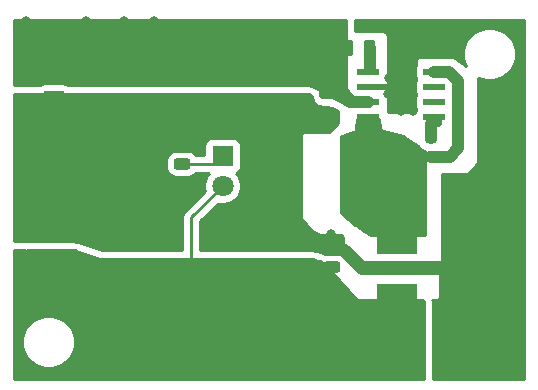
<source format=gtl>
G04 #@! TF.GenerationSoftware,KiCad,Pcbnew,(5.1.7)-1*
G04 #@! TF.CreationDate,2021-07-20T15:03:30-04:00*
G04 #@! TF.ProjectId,12-5_Volt_Regulator,31322d35-5f56-46f6-9c74-5f526567756c,rev?*
G04 #@! TF.SameCoordinates,Original*
G04 #@! TF.FileFunction,Copper,L1,Top*
G04 #@! TF.FilePolarity,Positive*
%FSLAX46Y46*%
G04 Gerber Fmt 4.6, Leading zero omitted, Abs format (unit mm)*
G04 Created by KiCad (PCBNEW (5.1.7)-1) date 2021-07-20 15:03:30*
%MOMM*%
%LPD*%
G01*
G04 APERTURE LIST*
G04 #@! TA.AperFunction,SMDPad,CuDef*
%ADD10R,4.000000X4.000000*%
G04 #@! TD*
G04 #@! TA.AperFunction,ComponentPad*
%ADD11R,1.700000X1.700000*%
G04 #@! TD*
G04 #@! TA.AperFunction,ComponentPad*
%ADD12O,1.700000X1.700000*%
G04 #@! TD*
G04 #@! TA.AperFunction,SMDPad,CuDef*
%ADD13R,2.500000X3.300000*%
G04 #@! TD*
G04 #@! TA.AperFunction,ComponentPad*
%ADD14R,1.800000X1.800000*%
G04 #@! TD*
G04 #@! TA.AperFunction,ComponentPad*
%ADD15C,1.800000*%
G04 #@! TD*
G04 #@! TA.AperFunction,SMDPad,CuDef*
%ADD16R,3.500000X2.950000*%
G04 #@! TD*
G04 #@! TA.AperFunction,SMDPad,CuDef*
%ADD17R,1.910000X0.610000*%
G04 #@! TD*
G04 #@! TA.AperFunction,SMDPad,CuDef*
%ADD18R,1.205000X1.550000*%
G04 #@! TD*
G04 #@! TA.AperFunction,ViaPad*
%ADD19C,0.800000*%
G04 #@! TD*
G04 #@! TA.AperFunction,Conductor*
%ADD20C,0.500000*%
G04 #@! TD*
G04 #@! TA.AperFunction,Conductor*
%ADD21C,1.000000*%
G04 #@! TD*
G04 #@! TA.AperFunction,Conductor*
%ADD22C,1.200000*%
G04 #@! TD*
G04 #@! TA.AperFunction,Conductor*
%ADD23C,0.250000*%
G04 #@! TD*
G04 #@! TA.AperFunction,Conductor*
%ADD24C,1.500000*%
G04 #@! TD*
G04 #@! TA.AperFunction,Conductor*
%ADD25C,0.254000*%
G04 #@! TD*
G04 #@! TA.AperFunction,Conductor*
%ADD26C,0.100000*%
G04 #@! TD*
G04 APERTURE END LIST*
D10*
X120459000Y-112473000D03*
X120459000Y-105933000D03*
X120459000Y-98948000D03*
X120459000Y-92408000D03*
D11*
X120459000Y-107933000D03*
D12*
X120459000Y-110473000D03*
G04 #@! TA.AperFunction,SMDPad,CuDef*
G36*
G01*
X152656250Y-102088500D02*
X152143750Y-102088500D01*
G75*
G02*
X151925000Y-101869750I0J218750D01*
G01*
X151925000Y-101432250D01*
G75*
G02*
X152143750Y-101213500I218750J0D01*
G01*
X152656250Y-101213500D01*
G75*
G02*
X152875000Y-101432250I0J-218750D01*
G01*
X152875000Y-101869750D01*
G75*
G02*
X152656250Y-102088500I-218750J0D01*
G01*
G37*
G04 #@! TD.AperFunction*
G04 #@! TA.AperFunction,SMDPad,CuDef*
G36*
G01*
X152656250Y-100513500D02*
X152143750Y-100513500D01*
G75*
G02*
X151925000Y-100294750I0J218750D01*
G01*
X151925000Y-99857250D01*
G75*
G02*
X152143750Y-99638500I218750J0D01*
G01*
X152656250Y-99638500D01*
G75*
G02*
X152875000Y-99857250I0J-218750D01*
G01*
X152875000Y-100294750D01*
G75*
G02*
X152656250Y-100513500I-218750J0D01*
G01*
G37*
G04 #@! TD.AperFunction*
G04 #@! TA.AperFunction,SMDPad,CuDef*
G36*
G01*
X126508000Y-90002000D02*
X128508000Y-90002000D01*
G75*
G02*
X128758000Y-90252000I0J-250000D01*
G01*
X128758000Y-94152000D01*
G75*
G02*
X128508000Y-94402000I-250000J0D01*
G01*
X126508000Y-94402000D01*
G75*
G02*
X126258000Y-94152000I0J250000D01*
G01*
X126258000Y-90252000D01*
G75*
G02*
X126508000Y-90002000I250000J0D01*
G01*
G37*
G04 #@! TD.AperFunction*
G04 #@! TA.AperFunction,SMDPad,CuDef*
G36*
G01*
X126508000Y-97402000D02*
X128508000Y-97402000D01*
G75*
G02*
X128758000Y-97652000I0J-250000D01*
G01*
X128758000Y-101552000D01*
G75*
G02*
X128508000Y-101802000I-250000J0D01*
G01*
X126508000Y-101802000D01*
G75*
G02*
X126258000Y-101552000I0J250000D01*
G01*
X126258000Y-97652000D01*
G75*
G02*
X126508000Y-97402000I250000J0D01*
G01*
G37*
G04 #@! TD.AperFunction*
G04 #@! TA.AperFunction,SMDPad,CuDef*
G36*
G01*
X133233000Y-93863000D02*
X134483000Y-93863000D01*
G75*
G02*
X134733000Y-94113000I0J-250000D01*
G01*
X134733000Y-94863000D01*
G75*
G02*
X134483000Y-95113000I-250000J0D01*
G01*
X133233000Y-95113000D01*
G75*
G02*
X132983000Y-94863000I0J250000D01*
G01*
X132983000Y-94113000D01*
G75*
G02*
X133233000Y-93863000I250000J0D01*
G01*
G37*
G04 #@! TD.AperFunction*
G04 #@! TA.AperFunction,SMDPad,CuDef*
G36*
G01*
X133233000Y-96663000D02*
X134483000Y-96663000D01*
G75*
G02*
X134733000Y-96913000I0J-250000D01*
G01*
X134733000Y-97663000D01*
G75*
G02*
X134483000Y-97913000I-250000J0D01*
G01*
X133233000Y-97913000D01*
G75*
G02*
X132983000Y-97663000I0J250000D01*
G01*
X132983000Y-96913000D01*
G75*
G02*
X133233000Y-96663000I250000J0D01*
G01*
G37*
G04 #@! TD.AperFunction*
G04 #@! TA.AperFunction,SMDPad,CuDef*
G36*
G01*
X135773000Y-96663000D02*
X137023000Y-96663000D01*
G75*
G02*
X137273000Y-96913000I0J-250000D01*
G01*
X137273000Y-97663000D01*
G75*
G02*
X137023000Y-97913000I-250000J0D01*
G01*
X135773000Y-97913000D01*
G75*
G02*
X135523000Y-97663000I0J250000D01*
G01*
X135523000Y-96913000D01*
G75*
G02*
X135773000Y-96663000I250000J0D01*
G01*
G37*
G04 #@! TD.AperFunction*
G04 #@! TA.AperFunction,SMDPad,CuDef*
G36*
G01*
X135773000Y-93863000D02*
X137023000Y-93863000D01*
G75*
G02*
X137273000Y-94113000I0J-250000D01*
G01*
X137273000Y-94863000D01*
G75*
G02*
X137023000Y-95113000I-250000J0D01*
G01*
X135773000Y-95113000D01*
G75*
G02*
X135523000Y-94863000I0J250000D01*
G01*
X135523000Y-94113000D01*
G75*
G02*
X135773000Y-93863000I250000J0D01*
G01*
G37*
G04 #@! TD.AperFunction*
G04 #@! TA.AperFunction,SMDPad,CuDef*
G36*
G01*
X138313000Y-93857000D02*
X139563000Y-93857000D01*
G75*
G02*
X139813000Y-94107000I0J-250000D01*
G01*
X139813000Y-94857000D01*
G75*
G02*
X139563000Y-95107000I-250000J0D01*
G01*
X138313000Y-95107000D01*
G75*
G02*
X138063000Y-94857000I0J250000D01*
G01*
X138063000Y-94107000D01*
G75*
G02*
X138313000Y-93857000I250000J0D01*
G01*
G37*
G04 #@! TD.AperFunction*
G04 #@! TA.AperFunction,SMDPad,CuDef*
G36*
G01*
X138313000Y-96657000D02*
X139563000Y-96657000D01*
G75*
G02*
X139813000Y-96907000I0J-250000D01*
G01*
X139813000Y-97657000D01*
G75*
G02*
X139563000Y-97907000I-250000J0D01*
G01*
X138313000Y-97907000D01*
G75*
G02*
X138063000Y-97657000I0J250000D01*
G01*
X138063000Y-96907000D01*
G75*
G02*
X138313000Y-96657000I250000J0D01*
G01*
G37*
G04 #@! TD.AperFunction*
G04 #@! TA.AperFunction,SMDPad,CuDef*
G36*
G01*
X140853000Y-96663000D02*
X142103000Y-96663000D01*
G75*
G02*
X142353000Y-96913000I0J-250000D01*
G01*
X142353000Y-97663000D01*
G75*
G02*
X142103000Y-97913000I-250000J0D01*
G01*
X140853000Y-97913000D01*
G75*
G02*
X140603000Y-97663000I0J250000D01*
G01*
X140603000Y-96913000D01*
G75*
G02*
X140853000Y-96663000I250000J0D01*
G01*
G37*
G04 #@! TD.AperFunction*
G04 #@! TA.AperFunction,SMDPad,CuDef*
G36*
G01*
X140853000Y-93863000D02*
X142103000Y-93863000D01*
G75*
G02*
X142353000Y-94113000I0J-250000D01*
G01*
X142353000Y-94863000D01*
G75*
G02*
X142103000Y-95113000I-250000J0D01*
G01*
X140853000Y-95113000D01*
G75*
G02*
X140603000Y-94863000I0J250000D01*
G01*
X140603000Y-94113000D01*
G75*
G02*
X140853000Y-93863000I250000J0D01*
G01*
G37*
G04 #@! TD.AperFunction*
G04 #@! TA.AperFunction,SMDPad,CuDef*
G36*
G01*
X143180750Y-97683500D02*
X144093250Y-97683500D01*
G75*
G02*
X144337000Y-97927250I0J-243750D01*
G01*
X144337000Y-98414750D01*
G75*
G02*
X144093250Y-98658500I-243750J0D01*
G01*
X143180750Y-98658500D01*
G75*
G02*
X142937000Y-98414750I0J243750D01*
G01*
X142937000Y-97927250D01*
G75*
G02*
X143180750Y-97683500I243750J0D01*
G01*
G37*
G04 #@! TD.AperFunction*
G04 #@! TA.AperFunction,SMDPad,CuDef*
G36*
G01*
X143180750Y-95808500D02*
X144093250Y-95808500D01*
G75*
G02*
X144337000Y-96052250I0J-243750D01*
G01*
X144337000Y-96539750D01*
G75*
G02*
X144093250Y-96783500I-243750J0D01*
G01*
X143180750Y-96783500D01*
G75*
G02*
X142937000Y-96539750I0J243750D01*
G01*
X142937000Y-96052250D01*
G75*
G02*
X143180750Y-95808500I243750J0D01*
G01*
G37*
G04 #@! TD.AperFunction*
G04 #@! TA.AperFunction,SMDPad,CuDef*
G36*
G01*
X144474250Y-111485500D02*
X143561750Y-111485500D01*
G75*
G02*
X143318000Y-111241750I0J243750D01*
G01*
X143318000Y-110754250D01*
G75*
G02*
X143561750Y-110510500I243750J0D01*
G01*
X144474250Y-110510500D01*
G75*
G02*
X144718000Y-110754250I0J-243750D01*
G01*
X144718000Y-111241750D01*
G75*
G02*
X144474250Y-111485500I-243750J0D01*
G01*
G37*
G04 #@! TD.AperFunction*
G04 #@! TA.AperFunction,SMDPad,CuDef*
G36*
G01*
X144474250Y-109610500D02*
X143561750Y-109610500D01*
G75*
G02*
X143318000Y-109366750I0J243750D01*
G01*
X143318000Y-108879250D01*
G75*
G02*
X143561750Y-108635500I243750J0D01*
G01*
X144474250Y-108635500D01*
G75*
G02*
X144718000Y-108879250I0J-243750D01*
G01*
X144718000Y-109366750D01*
G75*
G02*
X144474250Y-109610500I-243750J0D01*
G01*
G37*
G04 #@! TD.AperFunction*
G04 #@! TA.AperFunction,SMDPad,CuDef*
G36*
G01*
X142357000Y-109337000D02*
X141107000Y-109337000D01*
G75*
G02*
X140857000Y-109087000I0J250000D01*
G01*
X140857000Y-108337000D01*
G75*
G02*
X141107000Y-108087000I250000J0D01*
G01*
X142357000Y-108087000D01*
G75*
G02*
X142607000Y-108337000I0J-250000D01*
G01*
X142607000Y-109087000D01*
G75*
G02*
X142357000Y-109337000I-250000J0D01*
G01*
G37*
G04 #@! TD.AperFunction*
G04 #@! TA.AperFunction,SMDPad,CuDef*
G36*
G01*
X142357000Y-112137000D02*
X141107000Y-112137000D01*
G75*
G02*
X140857000Y-111887000I0J250000D01*
G01*
X140857000Y-111137000D01*
G75*
G02*
X141107000Y-110887000I250000J0D01*
G01*
X142357000Y-110887000D01*
G75*
G02*
X142607000Y-111137000I0J-250000D01*
G01*
X142607000Y-111887000D01*
G75*
G02*
X142357000Y-112137000I-250000J0D01*
G01*
G37*
G04 #@! TD.AperFunction*
G04 #@! TA.AperFunction,SMDPad,CuDef*
G36*
G01*
X139817000Y-112137000D02*
X138567000Y-112137000D01*
G75*
G02*
X138317000Y-111887000I0J250000D01*
G01*
X138317000Y-111137000D01*
G75*
G02*
X138567000Y-110887000I250000J0D01*
G01*
X139817000Y-110887000D01*
G75*
G02*
X140067000Y-111137000I0J-250000D01*
G01*
X140067000Y-111887000D01*
G75*
G02*
X139817000Y-112137000I-250000J0D01*
G01*
G37*
G04 #@! TD.AperFunction*
G04 #@! TA.AperFunction,SMDPad,CuDef*
G36*
G01*
X139817000Y-109337000D02*
X138567000Y-109337000D01*
G75*
G02*
X138317000Y-109087000I0J250000D01*
G01*
X138317000Y-108337000D01*
G75*
G02*
X138567000Y-108087000I250000J0D01*
G01*
X139817000Y-108087000D01*
G75*
G02*
X140067000Y-108337000I0J-250000D01*
G01*
X140067000Y-109087000D01*
G75*
G02*
X139817000Y-109337000I-250000J0D01*
G01*
G37*
G04 #@! TD.AperFunction*
G04 #@! TA.AperFunction,SMDPad,CuDef*
G36*
G01*
X137277000Y-109337000D02*
X136027000Y-109337000D01*
G75*
G02*
X135777000Y-109087000I0J250000D01*
G01*
X135777000Y-108337000D01*
G75*
G02*
X136027000Y-108087000I250000J0D01*
G01*
X137277000Y-108087000D01*
G75*
G02*
X137527000Y-108337000I0J-250000D01*
G01*
X137527000Y-109087000D01*
G75*
G02*
X137277000Y-109337000I-250000J0D01*
G01*
G37*
G04 #@! TD.AperFunction*
G04 #@! TA.AperFunction,SMDPad,CuDef*
G36*
G01*
X137277000Y-112137000D02*
X136027000Y-112137000D01*
G75*
G02*
X135777000Y-111887000I0J250000D01*
G01*
X135777000Y-111137000D01*
G75*
G02*
X136027000Y-110887000I250000J0D01*
G01*
X137277000Y-110887000D01*
G75*
G02*
X137527000Y-111137000I0J-250000D01*
G01*
X137527000Y-111887000D01*
G75*
G02*
X137277000Y-112137000I-250000J0D01*
G01*
G37*
G04 #@! TD.AperFunction*
G04 #@! TA.AperFunction,SMDPad,CuDef*
G36*
G01*
X134737000Y-112137000D02*
X133487000Y-112137000D01*
G75*
G02*
X133237000Y-111887000I0J250000D01*
G01*
X133237000Y-111137000D01*
G75*
G02*
X133487000Y-110887000I250000J0D01*
G01*
X134737000Y-110887000D01*
G75*
G02*
X134987000Y-111137000I0J-250000D01*
G01*
X134987000Y-111887000D01*
G75*
G02*
X134737000Y-112137000I-250000J0D01*
G01*
G37*
G04 #@! TD.AperFunction*
G04 #@! TA.AperFunction,SMDPad,CuDef*
G36*
G01*
X134737000Y-109337000D02*
X133487000Y-109337000D01*
G75*
G02*
X133237000Y-109087000I0J250000D01*
G01*
X133237000Y-108337000D01*
G75*
G02*
X133487000Y-108087000I250000J0D01*
G01*
X134737000Y-108087000D01*
G75*
G02*
X134987000Y-108337000I0J-250000D01*
G01*
X134987000Y-109087000D01*
G75*
G02*
X134737000Y-109337000I-250000J0D01*
G01*
G37*
G04 #@! TD.AperFunction*
G04 #@! TA.AperFunction,SMDPad,CuDef*
G36*
G01*
X128508000Y-108880000D02*
X126508000Y-108880000D01*
G75*
G02*
X126258000Y-108630000I0J250000D01*
G01*
X126258000Y-104730000D01*
G75*
G02*
X126508000Y-104480000I250000J0D01*
G01*
X128508000Y-104480000D01*
G75*
G02*
X128758000Y-104730000I0J-250000D01*
G01*
X128758000Y-108630000D01*
G75*
G02*
X128508000Y-108880000I-250000J0D01*
G01*
G37*
G04 #@! TD.AperFunction*
G04 #@! TA.AperFunction,SMDPad,CuDef*
G36*
G01*
X128508000Y-116280000D02*
X126508000Y-116280000D01*
G75*
G02*
X126258000Y-116030000I0J250000D01*
G01*
X126258000Y-112130000D01*
G75*
G02*
X126508000Y-111880000I250000J0D01*
G01*
X128508000Y-111880000D01*
G75*
G02*
X128758000Y-112130000I0J-250000D01*
G01*
X128758000Y-116030000D01*
G75*
G02*
X128508000Y-116280000I-250000J0D01*
G01*
G37*
G04 #@! TD.AperFunction*
D13*
X146402000Y-103124000D03*
X139602000Y-103124000D03*
D14*
X134747000Y-101600000D03*
D15*
X134747000Y-104140000D03*
D12*
X120459000Y-94408000D03*
D11*
X120459000Y-96948000D03*
D16*
X149479000Y-108469000D03*
X149479000Y-113919000D03*
G04 #@! TA.AperFunction,SMDPad,CuDef*
G36*
G01*
X146705500Y-92912250D02*
X146705500Y-91999750D01*
G75*
G02*
X146949250Y-91756000I243750J0D01*
G01*
X147436750Y-91756000D01*
G75*
G02*
X147680500Y-91999750I0J-243750D01*
G01*
X147680500Y-92912250D01*
G75*
G02*
X147436750Y-93156000I-243750J0D01*
G01*
X146949250Y-93156000D01*
G75*
G02*
X146705500Y-92912250I0J243750D01*
G01*
G37*
G04 #@! TD.AperFunction*
G04 #@! TA.AperFunction,SMDPad,CuDef*
G36*
G01*
X144830500Y-92912250D02*
X144830500Y-91999750D01*
G75*
G02*
X145074250Y-91756000I243750J0D01*
G01*
X145561750Y-91756000D01*
G75*
G02*
X145805500Y-91999750I0J-243750D01*
G01*
X145805500Y-92912250D01*
G75*
G02*
X145561750Y-93156000I-243750J0D01*
G01*
X145074250Y-93156000D01*
G75*
G02*
X144830500Y-92912250I0J243750D01*
G01*
G37*
G04 #@! TD.AperFunction*
G04 #@! TA.AperFunction,SMDPad,CuDef*
G36*
G01*
X130861750Y-101777500D02*
X131774250Y-101777500D01*
G75*
G02*
X132018000Y-102021250I0J-243750D01*
G01*
X132018000Y-102508750D01*
G75*
G02*
X131774250Y-102752500I-243750J0D01*
G01*
X130861750Y-102752500D01*
G75*
G02*
X130618000Y-102508750I0J243750D01*
G01*
X130618000Y-102021250D01*
G75*
G02*
X130861750Y-101777500I243750J0D01*
G01*
G37*
G04 #@! TD.AperFunction*
G04 #@! TA.AperFunction,SMDPad,CuDef*
G36*
G01*
X130861750Y-103652500D02*
X131774250Y-103652500D01*
G75*
G02*
X132018000Y-103896250I0J-243750D01*
G01*
X132018000Y-104383750D01*
G75*
G02*
X131774250Y-104627500I-243750J0D01*
G01*
X130861750Y-104627500D01*
G75*
G02*
X130618000Y-104383750I0J243750D01*
G01*
X130618000Y-103896250D01*
G75*
G02*
X130861750Y-103652500I243750J0D01*
G01*
G37*
G04 #@! TD.AperFunction*
D17*
X152640000Y-98298000D03*
X152640000Y-97028000D03*
X152640000Y-95758000D03*
X152640000Y-94488000D03*
X147080000Y-94488000D03*
X147080000Y-95758000D03*
X147080000Y-97028000D03*
X147080000Y-98298000D03*
D18*
X149257500Y-95618000D03*
X149257500Y-97168000D03*
X150462500Y-95618000D03*
X150462500Y-97168000D03*
D19*
X138430000Y-104140000D03*
X138430000Y-102870000D03*
X138430000Y-101600000D03*
X127635000Y-100965000D03*
X127635000Y-99695000D03*
X127635000Y-98425000D03*
X126365000Y-97790000D03*
X126365000Y-99060000D03*
X126365000Y-100330000D03*
X126365000Y-101600000D03*
X126365000Y-104775000D03*
X127635000Y-105410000D03*
X126365000Y-106045000D03*
X127635000Y-106680000D03*
X126365000Y-107315000D03*
X127635000Y-107950000D03*
X126365000Y-108585000D03*
X150876000Y-96393000D03*
X149860000Y-96393000D03*
X148717000Y-96393000D03*
X149860000Y-97790000D03*
X150876000Y-97790000D03*
X149860000Y-94996000D03*
X150876000Y-94996000D03*
X148844000Y-94996000D03*
X136652000Y-107823000D03*
X139192000Y-107823000D03*
X134112000Y-107823000D03*
X141732000Y-107823000D03*
X133858000Y-98171000D03*
X136398000Y-98171000D03*
X138938000Y-98171000D03*
X141478000Y-98171000D03*
X143637000Y-98933000D03*
X128905000Y-108585000D03*
X128905000Y-107315000D03*
X128905000Y-106045000D03*
X128905000Y-104775000D03*
X128905000Y-101600000D03*
X128905000Y-100330000D03*
X128905000Y-99060000D03*
X128905000Y-97790000D03*
X138430000Y-105410000D03*
X140970000Y-101600000D03*
X140970000Y-102870000D03*
X140970000Y-104140000D03*
X140970000Y-105410000D03*
X149860000Y-90805000D03*
X151765000Y-90805000D03*
X150495000Y-92075000D03*
X152400000Y-92075000D03*
X157480000Y-97155000D03*
X159385000Y-97155000D03*
X158750000Y-98425000D03*
X157480000Y-99060000D03*
X159385000Y-100330000D03*
X157480000Y-100965000D03*
X159385000Y-102235000D03*
X157480000Y-102870000D03*
X159385000Y-104140000D03*
X154305000Y-104140000D03*
X154305000Y-106045000D03*
X156845000Y-106680000D03*
X154305000Y-107950000D03*
X156845000Y-108585000D03*
X154305000Y-109855000D03*
X156845000Y-110490000D03*
X156845000Y-104775000D03*
X159385000Y-106045000D03*
X159385000Y-107950000D03*
X159385000Y-109855000D03*
X159385000Y-111760000D03*
X153670000Y-111125000D03*
X146558000Y-111125000D03*
X145161000Y-109728000D03*
X143891000Y-108204000D03*
X159385000Y-113665000D03*
X156845000Y-112395000D03*
X159385000Y-115570000D03*
X156845000Y-114300000D03*
X154305000Y-113030000D03*
X159385000Y-117475000D03*
X156845000Y-116205000D03*
X154305000Y-114935000D03*
X159385000Y-119380000D03*
X156845000Y-118110000D03*
X154305000Y-116840000D03*
X154305000Y-118745000D03*
X118110000Y-101600000D03*
X123190000Y-101600000D03*
X123190000Y-103505000D03*
X118110000Y-103505000D03*
X118110000Y-108585000D03*
X123190000Y-107950000D03*
X118110000Y-97790000D03*
X123190000Y-97155000D03*
X151130000Y-107950000D03*
X149860000Y-107950000D03*
X148590000Y-107950000D03*
X147447000Y-104521000D03*
X145415000Y-101727000D03*
X147955000Y-106680000D03*
X149225000Y-106680000D03*
X150495000Y-106680000D03*
X145415000Y-104775000D03*
X147623000Y-101903000D03*
X146685000Y-99060000D03*
X147955000Y-99695000D03*
X146050000Y-100330000D03*
X126365000Y-90170000D03*
X126365000Y-91440000D03*
X126365000Y-92710000D03*
X127635000Y-90805000D03*
X127635000Y-92075000D03*
X127635000Y-93345000D03*
X126365000Y-93980000D03*
X133858000Y-93599000D03*
X136398000Y-93599000D03*
X138938000Y-93599000D03*
X141478000Y-93599000D03*
X143637000Y-95377000D03*
X147080000Y-97028000D03*
X145288000Y-96647000D03*
X144780000Y-94615000D03*
X143510000Y-93980000D03*
X128905000Y-93980000D03*
X128905000Y-92710000D03*
X128905000Y-91440000D03*
X128905000Y-90170000D03*
X144145000Y-90805000D03*
X142875000Y-92075000D03*
X141605000Y-90805000D03*
X140335000Y-92075000D03*
X139065000Y-90805000D03*
X137795000Y-92075000D03*
X136525000Y-90805000D03*
X135255000Y-92075000D03*
X133985000Y-90805000D03*
X132715000Y-92075000D03*
X123190000Y-90170000D03*
X118110000Y-90170000D03*
X118110000Y-93980000D03*
X123190000Y-93980000D03*
X150495000Y-114300000D03*
X149225000Y-114300000D03*
X147955000Y-114300000D03*
X126365000Y-115570000D03*
X127635000Y-114935000D03*
X126365000Y-114300000D03*
X127635000Y-113665000D03*
X126365000Y-113030000D03*
X127635000Y-112395000D03*
X141732000Y-112395000D03*
X139192000Y-112395000D03*
X136652000Y-112395000D03*
X134112000Y-112395000D03*
X126365000Y-111760000D03*
X128905000Y-111760000D03*
X128905000Y-113030000D03*
X128905000Y-114300000D03*
X128905000Y-115570000D03*
X142240000Y-113665000D03*
X140335000Y-113665000D03*
X137795000Y-113665000D03*
X135255000Y-113665000D03*
X132715000Y-113665000D03*
X150495000Y-116840000D03*
X149225000Y-118110000D03*
X147955000Y-116840000D03*
X146685000Y-118110000D03*
X145415000Y-116840000D03*
X144145000Y-118110000D03*
X142875000Y-116840000D03*
X141605000Y-118110000D03*
X140335000Y-116840000D03*
X139065000Y-118110000D03*
X137795000Y-116840000D03*
X136525000Y-118110000D03*
X135255000Y-116840000D03*
X133985000Y-118110000D03*
X132715000Y-116840000D03*
X131445000Y-118110000D03*
X130175000Y-116840000D03*
X128905000Y-118110000D03*
X127635000Y-116840000D03*
X126365000Y-118110000D03*
X125095000Y-116840000D03*
X118110000Y-110490000D03*
X118110000Y-114935000D03*
X123190000Y-114935000D03*
X123190000Y-111125000D03*
D20*
X149117500Y-95758000D02*
X149257500Y-95618000D01*
X147080000Y-95758000D02*
X149117500Y-95758000D01*
X149257500Y-95618000D02*
X149257500Y-95618000D01*
D21*
X144018000Y-109123000D02*
X144018000Y-109123000D01*
X144018000Y-109123000D02*
X144556000Y-109123000D01*
X144556000Y-109123000D02*
X145161000Y-109728000D01*
X146558000Y-111125000D02*
X146558000Y-111125000D01*
D22*
X146558000Y-111125000D02*
X153670000Y-111125000D01*
X145161000Y-109728000D02*
X146558000Y-111125000D01*
D23*
X129540000Y-104140000D02*
X128905000Y-104775000D01*
X131318000Y-104140000D02*
X129540000Y-104140000D01*
D21*
X152400000Y-100076000D02*
X152400000Y-98933000D01*
D20*
X152400000Y-98538000D02*
X152640000Y-98298000D01*
X152400000Y-98933000D02*
X152400000Y-98538000D01*
X152400000Y-98933000D02*
X153035000Y-98933000D01*
X153035000Y-98933000D02*
X153035000Y-98552000D01*
D21*
X147193000Y-92456000D02*
X147193000Y-94107000D01*
D20*
X147080000Y-94502000D02*
X147080000Y-94488000D01*
D24*
X146656000Y-102870000D02*
X146402000Y-103124000D01*
D20*
X147875000Y-101651000D02*
X147623000Y-101903000D01*
X152400000Y-101651000D02*
X147875000Y-101651000D01*
D21*
X153890002Y-94488000D02*
X154686000Y-95283998D01*
X152640000Y-94488000D02*
X153890002Y-94488000D01*
X154686000Y-95283998D02*
X154686000Y-100965000D01*
X154000000Y-101651000D02*
X152400000Y-101651000D01*
X154686000Y-100965000D02*
X154000000Y-101651000D01*
D20*
X147623000Y-101903000D02*
X146402000Y-103124000D01*
D23*
X147080000Y-98665000D02*
X146685000Y-99060000D01*
X147080000Y-98298000D02*
X147080000Y-98665000D01*
D21*
X144937000Y-96296000D02*
X143637000Y-96296000D01*
X145669000Y-97028000D02*
X145288000Y-96647000D01*
X147080000Y-97028000D02*
X147080000Y-97028000D01*
X147080000Y-97028000D02*
X145669000Y-97028000D01*
X145288000Y-96647000D02*
X144937000Y-96296000D01*
D23*
X145318000Y-91978000D02*
X144145000Y-90805000D01*
X145318000Y-92456000D02*
X145318000Y-91978000D01*
X132080000Y-113030000D02*
X132715000Y-113665000D01*
X132080000Y-106807000D02*
X132080000Y-113030000D01*
X134747000Y-104140000D02*
X132080000Y-106807000D01*
X142246000Y-110998000D02*
X141732000Y-111512000D01*
X144018000Y-110998000D02*
X142246000Y-110998000D01*
X134082000Y-102265000D02*
X134747000Y-101600000D01*
X131318000Y-102265000D02*
X134082000Y-102265000D01*
D25*
X145161000Y-95697445D02*
X145166449Y-95734248D01*
X145200039Y-95845188D01*
X145215920Y-95878832D01*
X145630957Y-96501387D01*
X145651265Y-96524973D01*
X145723303Y-96590368D01*
X145743288Y-96605215D01*
X145765786Y-96615877D01*
X145777775Y-96619521D01*
X145855654Y-96639050D01*
X145880820Y-96652502D01*
X146000518Y-96688812D01*
X146125000Y-96701072D01*
X147186747Y-96701072D01*
X147193000Y-96732509D01*
X147193000Y-97323491D01*
X147186747Y-97354928D01*
X146125000Y-97354928D01*
X146000518Y-97367188D01*
X145880820Y-97403498D01*
X145870527Y-97409000D01*
X145483011Y-97409000D01*
X145417226Y-97391953D01*
X144334140Y-96790239D01*
X144333552Y-96789911D01*
X142347925Y-95672995D01*
X142317844Y-95660830D01*
X142219792Y-95635145D01*
X142187610Y-95631000D01*
X121740914Y-95631000D01*
X121663494Y-95567463D01*
X121553180Y-95508498D01*
X121433482Y-95472188D01*
X121309000Y-95459928D01*
X119609000Y-95459928D01*
X119484518Y-95472188D01*
X119364820Y-95508498D01*
X119254506Y-95567463D01*
X119177086Y-95631000D01*
X117119000Y-95631000D01*
X117119000Y-90068000D01*
X145161000Y-90068000D01*
X145161000Y-95697445D01*
G04 #@! TA.AperFunction,Conductor*
D26*
G36*
X145161000Y-95697445D02*
G01*
X145166449Y-95734248D01*
X145200039Y-95845188D01*
X145215920Y-95878832D01*
X145630957Y-96501387D01*
X145651265Y-96524973D01*
X145723303Y-96590368D01*
X145743288Y-96605215D01*
X145765786Y-96615877D01*
X145777775Y-96619521D01*
X145855654Y-96639050D01*
X145880820Y-96652502D01*
X146000518Y-96688812D01*
X146125000Y-96701072D01*
X147186747Y-96701072D01*
X147193000Y-96732509D01*
X147193000Y-97323491D01*
X147186747Y-97354928D01*
X146125000Y-97354928D01*
X146000518Y-97367188D01*
X145880820Y-97403498D01*
X145870527Y-97409000D01*
X145483011Y-97409000D01*
X145417226Y-97391953D01*
X144334140Y-96790239D01*
X144333552Y-96789911D01*
X142347925Y-95672995D01*
X142317844Y-95660830D01*
X142219792Y-95635145D01*
X142187610Y-95631000D01*
X121740914Y-95631000D01*
X121663494Y-95567463D01*
X121553180Y-95508498D01*
X121433482Y-95472188D01*
X121309000Y-95459928D01*
X119609000Y-95459928D01*
X119484518Y-95472188D01*
X119364820Y-95508498D01*
X119254506Y-95567463D01*
X119177086Y-95631000D01*
X117119000Y-95631000D01*
X117119000Y-90068000D01*
X145161000Y-90068000D01*
X145161000Y-95697445D01*
G37*
G04 #@! TD.AperFunction*
D25*
X118008061Y-109620000D02*
X118211939Y-109620000D01*
X118307459Y-109601000D01*
X122255942Y-109601000D01*
X122301220Y-109608756D01*
X124385427Y-110344358D01*
X124406253Y-110349775D01*
X124472817Y-110361177D01*
X124494259Y-110363000D01*
X142461589Y-110363000D01*
X142494644Y-110367069D01*
X142911050Y-110471171D01*
X142966420Y-110499772D01*
X143795402Y-111210328D01*
X143808014Y-111222640D01*
X146023016Y-113683752D01*
X146042748Y-113701526D01*
X146110039Y-113750433D01*
X146131516Y-113763025D01*
X146158293Y-113771923D01*
X146239660Y-113789223D01*
X146266072Y-113792000D01*
X151679491Y-113792000D01*
X151718984Y-113799856D01*
X151741859Y-113815141D01*
X151757144Y-113838016D01*
X151765000Y-113877509D01*
X151765000Y-120498000D01*
X117119000Y-120498000D01*
X117119000Y-117127872D01*
X117780000Y-117127872D01*
X117780000Y-117568128D01*
X117865890Y-117999925D01*
X118034369Y-118406669D01*
X118278962Y-118772729D01*
X118590271Y-119084038D01*
X118956331Y-119328631D01*
X119363075Y-119497110D01*
X119794872Y-119583000D01*
X120235128Y-119583000D01*
X120666925Y-119497110D01*
X121073669Y-119328631D01*
X121439729Y-119084038D01*
X121751038Y-118772729D01*
X121995631Y-118406669D01*
X122164110Y-117999925D01*
X122250000Y-117568128D01*
X122250000Y-117127872D01*
X122164110Y-116696075D01*
X121995631Y-116289331D01*
X121751038Y-115923271D01*
X121439729Y-115611962D01*
X121073669Y-115367369D01*
X120666925Y-115198890D01*
X120235128Y-115113000D01*
X119794872Y-115113000D01*
X119363075Y-115198890D01*
X118956331Y-115367369D01*
X118590271Y-115611962D01*
X118278962Y-115923271D01*
X118034369Y-116289331D01*
X117865890Y-116696075D01*
X117780000Y-117127872D01*
X117119000Y-117127872D01*
X117119000Y-109601000D01*
X117912541Y-109601000D01*
X118008061Y-109620000D01*
G04 #@! TA.AperFunction,Conductor*
D26*
G36*
X118008061Y-109620000D02*
G01*
X118211939Y-109620000D01*
X118307459Y-109601000D01*
X122255942Y-109601000D01*
X122301220Y-109608756D01*
X124385427Y-110344358D01*
X124406253Y-110349775D01*
X124472817Y-110361177D01*
X124494259Y-110363000D01*
X142461589Y-110363000D01*
X142494644Y-110367069D01*
X142911050Y-110471171D01*
X142966420Y-110499772D01*
X143795402Y-111210328D01*
X143808014Y-111222640D01*
X146023016Y-113683752D01*
X146042748Y-113701526D01*
X146110039Y-113750433D01*
X146131516Y-113763025D01*
X146158293Y-113771923D01*
X146239660Y-113789223D01*
X146266072Y-113792000D01*
X151679491Y-113792000D01*
X151718984Y-113799856D01*
X151741859Y-113815141D01*
X151757144Y-113838016D01*
X151765000Y-113877509D01*
X151765000Y-120498000D01*
X117119000Y-120498000D01*
X117119000Y-117127872D01*
X117780000Y-117127872D01*
X117780000Y-117568128D01*
X117865890Y-117999925D01*
X118034369Y-118406669D01*
X118278962Y-118772729D01*
X118590271Y-119084038D01*
X118956331Y-119328631D01*
X119363075Y-119497110D01*
X119794872Y-119583000D01*
X120235128Y-119583000D01*
X120666925Y-119497110D01*
X121073669Y-119328631D01*
X121439729Y-119084038D01*
X121751038Y-118772729D01*
X121995631Y-118406669D01*
X122164110Y-117999925D01*
X122250000Y-117568128D01*
X122250000Y-117127872D01*
X122164110Y-116696075D01*
X121995631Y-116289331D01*
X121751038Y-115923271D01*
X121439729Y-115611962D01*
X121073669Y-115367369D01*
X120666925Y-115198890D01*
X120235128Y-115113000D01*
X119794872Y-115113000D01*
X119363075Y-115198890D01*
X118956331Y-115367369D01*
X118590271Y-115611962D01*
X118278962Y-115923271D01*
X118034369Y-116289331D01*
X117865890Y-116696075D01*
X117780000Y-117127872D01*
X117119000Y-117127872D01*
X117119000Y-109601000D01*
X117912541Y-109601000D01*
X118008061Y-109620000D01*
G37*
G04 #@! TD.AperFunction*
D25*
X147937538Y-98436672D02*
X147962317Y-98458547D01*
X147979788Y-98504209D01*
X148066266Y-99196034D01*
X148071812Y-99220473D01*
X148096668Y-99294979D01*
X148106824Y-99317710D01*
X148121434Y-99338269D01*
X148173062Y-99397458D01*
X148191187Y-99414526D01*
X148212588Y-99427874D01*
X148283027Y-99462619D01*
X148306485Y-99471434D01*
X150039291Y-99933516D01*
X150079710Y-99951775D01*
X151337420Y-100790249D01*
X151354463Y-100822134D01*
X151472517Y-100965983D01*
X151616366Y-101084037D01*
X151780481Y-101171758D01*
X151889522Y-101204835D01*
X151892000Y-101214717D01*
X151892000Y-108245491D01*
X151884144Y-108284984D01*
X151868859Y-108307859D01*
X151845984Y-108323144D01*
X151806491Y-108331000D01*
X147392660Y-108331000D01*
X147323037Y-108311716D01*
X146755709Y-107971319D01*
X146750220Y-107967845D01*
X146009348Y-107473931D01*
X145993755Y-107461819D01*
X144814091Y-106400120D01*
X144788907Y-106365470D01*
X144780000Y-106323577D01*
X144780000Y-99984398D01*
X144789217Y-99941828D01*
X144806917Y-99918039D01*
X144845040Y-99896980D01*
X145832794Y-99600654D01*
X145855649Y-99591290D01*
X145924096Y-99555111D01*
X145944860Y-99541376D01*
X145962291Y-99524160D01*
X146011870Y-99464697D01*
X146025862Y-99444105D01*
X146035449Y-99421558D01*
X146058730Y-99347721D01*
X146063831Y-99323556D01*
X146154740Y-98505375D01*
X146171839Y-98459108D01*
X146196668Y-98436885D01*
X146244539Y-98425000D01*
X147890062Y-98425000D01*
X147937538Y-98436672D01*
G04 #@! TA.AperFunction,Conductor*
D26*
G36*
X147937538Y-98436672D02*
G01*
X147962317Y-98458547D01*
X147979788Y-98504209D01*
X148066266Y-99196034D01*
X148071812Y-99220473D01*
X148096668Y-99294979D01*
X148106824Y-99317710D01*
X148121434Y-99338269D01*
X148173062Y-99397458D01*
X148191187Y-99414526D01*
X148212588Y-99427874D01*
X148283027Y-99462619D01*
X148306485Y-99471434D01*
X150039291Y-99933516D01*
X150079710Y-99951775D01*
X151337420Y-100790249D01*
X151354463Y-100822134D01*
X151472517Y-100965983D01*
X151616366Y-101084037D01*
X151780481Y-101171758D01*
X151889522Y-101204835D01*
X151892000Y-101214717D01*
X151892000Y-108245491D01*
X151884144Y-108284984D01*
X151868859Y-108307859D01*
X151845984Y-108323144D01*
X151806491Y-108331000D01*
X147392660Y-108331000D01*
X147323037Y-108311716D01*
X146755709Y-107971319D01*
X146750220Y-107967845D01*
X146009348Y-107473931D01*
X145993755Y-107461819D01*
X144814091Y-106400120D01*
X144788907Y-106365470D01*
X144780000Y-106323577D01*
X144780000Y-99984398D01*
X144789217Y-99941828D01*
X144806917Y-99918039D01*
X144845040Y-99896980D01*
X145832794Y-99600654D01*
X145855649Y-99591290D01*
X145924096Y-99555111D01*
X145944860Y-99541376D01*
X145962291Y-99524160D01*
X146011870Y-99464697D01*
X146025862Y-99444105D01*
X146035449Y-99421558D01*
X146058730Y-99347721D01*
X146063831Y-99323556D01*
X146154740Y-98505375D01*
X146171839Y-98459108D01*
X146196668Y-98436885D01*
X146244539Y-98425000D01*
X147890062Y-98425000D01*
X147937538Y-98436672D01*
G37*
G04 #@! TD.AperFunction*
D25*
X142298928Y-96519712D02*
X142298928Y-96539750D01*
X142315872Y-96711785D01*
X142366053Y-96877209D01*
X142447542Y-97029664D01*
X142557208Y-97163292D01*
X142690836Y-97272958D01*
X142843291Y-97354447D01*
X143008715Y-97404628D01*
X143180750Y-97421572D01*
X143485523Y-97421572D01*
X143581248Y-97431000D01*
X143631491Y-97431000D01*
X144041440Y-97499324D01*
X144359317Y-97675923D01*
X144495776Y-97812382D01*
X144518144Y-97845858D01*
X144526000Y-97885352D01*
X144526000Y-98710648D01*
X144518144Y-98750142D01*
X144495776Y-98783618D01*
X143741618Y-99537776D01*
X143708142Y-99560144D01*
X143668648Y-99568000D01*
X141678000Y-99568000D01*
X141653224Y-99570440D01*
X141576687Y-99585664D01*
X141552862Y-99592891D01*
X141530905Y-99604628D01*
X141466021Y-99647983D01*
X141446776Y-99663777D01*
X141430983Y-99683021D01*
X141387628Y-99747905D01*
X141375892Y-99769861D01*
X141368664Y-99793687D01*
X141353440Y-99870224D01*
X141351000Y-99895000D01*
X141351000Y-106611378D01*
X141353440Y-106636154D01*
X141357874Y-106652594D01*
X141400004Y-106775383D01*
X141410353Y-106798027D01*
X141419882Y-106812137D01*
X142238900Y-107865161D01*
X142258632Y-107885406D01*
X142327060Y-107941503D01*
X142350780Y-107956880D01*
X143029975Y-108296477D01*
X143057592Y-108306488D01*
X143147035Y-108327603D01*
X143176214Y-108331000D01*
X144821491Y-108331000D01*
X144860984Y-108338856D01*
X144883859Y-108354141D01*
X144899144Y-108377016D01*
X144907000Y-108416509D01*
X144907000Y-109990487D01*
X144811709Y-109939553D01*
X144646285Y-109889372D01*
X144474250Y-109872428D01*
X143561750Y-109872428D01*
X143414478Y-109886933D01*
X143329274Y-109829549D01*
X143247623Y-109787372D01*
X143110207Y-109735509D01*
X142671897Y-109625931D01*
X142595466Y-109611728D01*
X142546959Y-109605757D01*
X142469379Y-109601000D01*
X132840000Y-109601000D01*
X132840000Y-107121801D01*
X134338070Y-105623731D01*
X134595816Y-105675000D01*
X134898184Y-105675000D01*
X135194743Y-105616011D01*
X135474095Y-105500299D01*
X135725505Y-105332312D01*
X135939312Y-105118505D01*
X136107299Y-104867095D01*
X136223011Y-104587743D01*
X136282000Y-104291184D01*
X136282000Y-103988816D01*
X136223011Y-103692257D01*
X136107299Y-103412905D01*
X135939312Y-103161495D01*
X135872873Y-103095056D01*
X135891180Y-103089502D01*
X136001494Y-103030537D01*
X136098185Y-102951185D01*
X136177537Y-102854494D01*
X136236502Y-102744180D01*
X136272812Y-102624482D01*
X136285072Y-102500000D01*
X136285072Y-100700000D01*
X136272812Y-100575518D01*
X136236502Y-100455820D01*
X136177537Y-100345506D01*
X136098185Y-100248815D01*
X136001494Y-100169463D01*
X135891180Y-100110498D01*
X135771482Y-100074188D01*
X135647000Y-100061928D01*
X133847000Y-100061928D01*
X133722518Y-100074188D01*
X133602820Y-100110498D01*
X133492506Y-100169463D01*
X133395815Y-100248815D01*
X133316463Y-100345506D01*
X133257498Y-100455820D01*
X133221188Y-100575518D01*
X133208928Y-100700000D01*
X133208928Y-101505000D01*
X132485845Y-101505000D01*
X132397792Y-101397708D01*
X132264164Y-101288042D01*
X132111709Y-101206553D01*
X131946285Y-101156372D01*
X131774250Y-101139428D01*
X130861750Y-101139428D01*
X130689715Y-101156372D01*
X130524291Y-101206553D01*
X130371836Y-101288042D01*
X130238208Y-101397708D01*
X130128542Y-101531336D01*
X130047053Y-101683791D01*
X129996872Y-101849215D01*
X129979928Y-102021250D01*
X129979928Y-102508750D01*
X129996872Y-102680785D01*
X130047053Y-102846209D01*
X130128542Y-102998664D01*
X130238208Y-103132292D01*
X130371836Y-103241958D01*
X130524291Y-103323447D01*
X130689715Y-103373628D01*
X130861750Y-103390572D01*
X131774250Y-103390572D01*
X131946285Y-103373628D01*
X132111709Y-103323447D01*
X132264164Y-103241958D01*
X132397792Y-103132292D01*
X132485845Y-103025000D01*
X133485759Y-103025000D01*
X133492506Y-103030537D01*
X133602820Y-103089502D01*
X133621127Y-103095056D01*
X133554688Y-103161495D01*
X133386701Y-103412905D01*
X133270989Y-103692257D01*
X133212000Y-103988816D01*
X133212000Y-104291184D01*
X133263269Y-104548930D01*
X131569003Y-106243196D01*
X131539999Y-106266999D01*
X131484871Y-106334174D01*
X131445026Y-106382724D01*
X131374455Y-106514753D01*
X131374454Y-106514754D01*
X131330997Y-106658015D01*
X131320000Y-106769668D01*
X131320000Y-106769678D01*
X131316324Y-106807000D01*
X131320000Y-106844323D01*
X131320000Y-109601000D01*
X124568772Y-109601000D01*
X122544646Y-108886603D01*
X122440515Y-108859518D01*
X122373951Y-108848116D01*
X122266741Y-108839000D01*
X117119000Y-108839000D01*
X117119000Y-96393000D01*
X142073662Y-96393000D01*
X142298928Y-96519712D01*
G04 #@! TA.AperFunction,Conductor*
D26*
G36*
X142298928Y-96519712D02*
G01*
X142298928Y-96539750D01*
X142315872Y-96711785D01*
X142366053Y-96877209D01*
X142447542Y-97029664D01*
X142557208Y-97163292D01*
X142690836Y-97272958D01*
X142843291Y-97354447D01*
X143008715Y-97404628D01*
X143180750Y-97421572D01*
X143485523Y-97421572D01*
X143581248Y-97431000D01*
X143631491Y-97431000D01*
X144041440Y-97499324D01*
X144359317Y-97675923D01*
X144495776Y-97812382D01*
X144518144Y-97845858D01*
X144526000Y-97885352D01*
X144526000Y-98710648D01*
X144518144Y-98750142D01*
X144495776Y-98783618D01*
X143741618Y-99537776D01*
X143708142Y-99560144D01*
X143668648Y-99568000D01*
X141678000Y-99568000D01*
X141653224Y-99570440D01*
X141576687Y-99585664D01*
X141552862Y-99592891D01*
X141530905Y-99604628D01*
X141466021Y-99647983D01*
X141446776Y-99663777D01*
X141430983Y-99683021D01*
X141387628Y-99747905D01*
X141375892Y-99769861D01*
X141368664Y-99793687D01*
X141353440Y-99870224D01*
X141351000Y-99895000D01*
X141351000Y-106611378D01*
X141353440Y-106636154D01*
X141357874Y-106652594D01*
X141400004Y-106775383D01*
X141410353Y-106798027D01*
X141419882Y-106812137D01*
X142238900Y-107865161D01*
X142258632Y-107885406D01*
X142327060Y-107941503D01*
X142350780Y-107956880D01*
X143029975Y-108296477D01*
X143057592Y-108306488D01*
X143147035Y-108327603D01*
X143176214Y-108331000D01*
X144821491Y-108331000D01*
X144860984Y-108338856D01*
X144883859Y-108354141D01*
X144899144Y-108377016D01*
X144907000Y-108416509D01*
X144907000Y-109990487D01*
X144811709Y-109939553D01*
X144646285Y-109889372D01*
X144474250Y-109872428D01*
X143561750Y-109872428D01*
X143414478Y-109886933D01*
X143329274Y-109829549D01*
X143247623Y-109787372D01*
X143110207Y-109735509D01*
X142671897Y-109625931D01*
X142595466Y-109611728D01*
X142546959Y-109605757D01*
X142469379Y-109601000D01*
X132840000Y-109601000D01*
X132840000Y-107121801D01*
X134338070Y-105623731D01*
X134595816Y-105675000D01*
X134898184Y-105675000D01*
X135194743Y-105616011D01*
X135474095Y-105500299D01*
X135725505Y-105332312D01*
X135939312Y-105118505D01*
X136107299Y-104867095D01*
X136223011Y-104587743D01*
X136282000Y-104291184D01*
X136282000Y-103988816D01*
X136223011Y-103692257D01*
X136107299Y-103412905D01*
X135939312Y-103161495D01*
X135872873Y-103095056D01*
X135891180Y-103089502D01*
X136001494Y-103030537D01*
X136098185Y-102951185D01*
X136177537Y-102854494D01*
X136236502Y-102744180D01*
X136272812Y-102624482D01*
X136285072Y-102500000D01*
X136285072Y-100700000D01*
X136272812Y-100575518D01*
X136236502Y-100455820D01*
X136177537Y-100345506D01*
X136098185Y-100248815D01*
X136001494Y-100169463D01*
X135891180Y-100110498D01*
X135771482Y-100074188D01*
X135647000Y-100061928D01*
X133847000Y-100061928D01*
X133722518Y-100074188D01*
X133602820Y-100110498D01*
X133492506Y-100169463D01*
X133395815Y-100248815D01*
X133316463Y-100345506D01*
X133257498Y-100455820D01*
X133221188Y-100575518D01*
X133208928Y-100700000D01*
X133208928Y-101505000D01*
X132485845Y-101505000D01*
X132397792Y-101397708D01*
X132264164Y-101288042D01*
X132111709Y-101206553D01*
X131946285Y-101156372D01*
X131774250Y-101139428D01*
X130861750Y-101139428D01*
X130689715Y-101156372D01*
X130524291Y-101206553D01*
X130371836Y-101288042D01*
X130238208Y-101397708D01*
X130128542Y-101531336D01*
X130047053Y-101683791D01*
X129996872Y-101849215D01*
X129979928Y-102021250D01*
X129979928Y-102508750D01*
X129996872Y-102680785D01*
X130047053Y-102846209D01*
X130128542Y-102998664D01*
X130238208Y-103132292D01*
X130371836Y-103241958D01*
X130524291Y-103323447D01*
X130689715Y-103373628D01*
X130861750Y-103390572D01*
X131774250Y-103390572D01*
X131946285Y-103373628D01*
X132111709Y-103323447D01*
X132264164Y-103241958D01*
X132397792Y-103132292D01*
X132485845Y-103025000D01*
X133485759Y-103025000D01*
X133492506Y-103030537D01*
X133602820Y-103089502D01*
X133621127Y-103095056D01*
X133554688Y-103161495D01*
X133386701Y-103412905D01*
X133270989Y-103692257D01*
X133212000Y-103988816D01*
X133212000Y-104291184D01*
X133263269Y-104548930D01*
X131569003Y-106243196D01*
X131539999Y-106266999D01*
X131484871Y-106334174D01*
X131445026Y-106382724D01*
X131374455Y-106514753D01*
X131374454Y-106514754D01*
X131330997Y-106658015D01*
X131320000Y-106769668D01*
X131320000Y-106769678D01*
X131316324Y-106807000D01*
X131320000Y-106844323D01*
X131320000Y-109601000D01*
X124568772Y-109601000D01*
X122544646Y-108886603D01*
X122440515Y-108859518D01*
X122373951Y-108848116D01*
X122266741Y-108839000D01*
X117119000Y-108839000D01*
X117119000Y-96393000D01*
X142073662Y-96393000D01*
X142298928Y-96519712D01*
G37*
G04 #@! TD.AperFunction*
D25*
X160249001Y-120498000D02*
X152527000Y-120498000D01*
X152527000Y-113865000D01*
X152519810Y-113792000D01*
X152835000Y-113792000D01*
X152859776Y-113789560D01*
X152936313Y-113774336D01*
X152960138Y-113767109D01*
X152982095Y-113755372D01*
X153046979Y-113712017D01*
X153066224Y-113696223D01*
X153082017Y-113676979D01*
X153125372Y-113612095D01*
X153137108Y-113590139D01*
X153144336Y-113566313D01*
X153159560Y-113489776D01*
X153162000Y-113465000D01*
X153162000Y-111167691D01*
X153168983Y-111124662D01*
X153272220Y-110814951D01*
X153277097Y-110795132D01*
X153287360Y-110731886D01*
X153289000Y-110711544D01*
X153289000Y-103209509D01*
X153296856Y-103170016D01*
X153312141Y-103147141D01*
X153335016Y-103131856D01*
X153374509Y-103124000D01*
X155365157Y-103124000D01*
X155389933Y-103121560D01*
X155466470Y-103106336D01*
X155490295Y-103099109D01*
X155512252Y-103087372D01*
X155577137Y-103044017D01*
X155596382Y-103028224D01*
X156241224Y-102383382D01*
X156257017Y-102364137D01*
X156300372Y-102299252D01*
X156312109Y-102277295D01*
X156319336Y-102253470D01*
X156334560Y-102176933D01*
X156337000Y-102152157D01*
X156337000Y-94962305D01*
X156701075Y-95113110D01*
X157132872Y-95199000D01*
X157573128Y-95199000D01*
X158004925Y-95113110D01*
X158411669Y-94944631D01*
X158777729Y-94700038D01*
X159089038Y-94388729D01*
X159333631Y-94022669D01*
X159502110Y-93615925D01*
X159588000Y-93184128D01*
X159588000Y-92743872D01*
X159502110Y-92312075D01*
X159333631Y-91905331D01*
X159089038Y-91539271D01*
X158777729Y-91227962D01*
X158411669Y-90983369D01*
X158004925Y-90814890D01*
X157573128Y-90729000D01*
X157132872Y-90729000D01*
X156701075Y-90814890D01*
X156294331Y-90983369D01*
X155928271Y-91227962D01*
X155616962Y-91539271D01*
X155372369Y-91905331D01*
X155203890Y-92312075D01*
X155118000Y-92743872D01*
X155118000Y-93184128D01*
X155203890Y-93615925D01*
X155341183Y-93947379D01*
X154432902Y-93281306D01*
X154411479Y-93268622D01*
X154397312Y-93263022D01*
X154279039Y-93224303D01*
X154254733Y-93218914D01*
X154239526Y-93218000D01*
X151457000Y-93218000D01*
X151432224Y-93220440D01*
X151355687Y-93235664D01*
X151331862Y-93242891D01*
X151309905Y-93254628D01*
X151245021Y-93297983D01*
X151225776Y-93313777D01*
X151209983Y-93333021D01*
X151166628Y-93397905D01*
X151154892Y-93419861D01*
X151147664Y-93443687D01*
X151132440Y-93520224D01*
X151130000Y-93545000D01*
X151130000Y-93874272D01*
X151095498Y-93938820D01*
X151059188Y-94058518D01*
X151046928Y-94183000D01*
X151046928Y-94793000D01*
X151059188Y-94917482D01*
X151095498Y-95037180D01*
X151130000Y-95101728D01*
X151130000Y-95144272D01*
X151095498Y-95208820D01*
X151059188Y-95328518D01*
X151046928Y-95453000D01*
X151046928Y-96063000D01*
X151059188Y-96187482D01*
X151095498Y-96307180D01*
X151130000Y-96371728D01*
X151130000Y-96414272D01*
X151095498Y-96478820D01*
X151059188Y-96598518D01*
X151046928Y-96723000D01*
X151046928Y-97333000D01*
X151059188Y-97457482D01*
X151095498Y-97577180D01*
X151130000Y-97641728D01*
X151130000Y-97684272D01*
X151095498Y-97748820D01*
X151059188Y-97868518D01*
X151054611Y-97914987D01*
X151044491Y-97917000D01*
X148802509Y-97917000D01*
X148763016Y-97909144D01*
X148740141Y-97893859D01*
X148724856Y-97870984D01*
X148717000Y-97831491D01*
X148717000Y-91386000D01*
X148714560Y-91361224D01*
X148699336Y-91284687D01*
X148692109Y-91260862D01*
X148680372Y-91238905D01*
X148637017Y-91174021D01*
X148621223Y-91154776D01*
X148601979Y-91138983D01*
X148537095Y-91095628D01*
X148515139Y-91083892D01*
X148491313Y-91076664D01*
X148414776Y-91061440D01*
X148390000Y-91059000D01*
X145923000Y-91059000D01*
X145923000Y-90068000D01*
X160249000Y-90068000D01*
X160249001Y-120498000D01*
G04 #@! TA.AperFunction,Conductor*
D26*
G36*
X160249001Y-120498000D02*
G01*
X152527000Y-120498000D01*
X152527000Y-113865000D01*
X152519810Y-113792000D01*
X152835000Y-113792000D01*
X152859776Y-113789560D01*
X152936313Y-113774336D01*
X152960138Y-113767109D01*
X152982095Y-113755372D01*
X153046979Y-113712017D01*
X153066224Y-113696223D01*
X153082017Y-113676979D01*
X153125372Y-113612095D01*
X153137108Y-113590139D01*
X153144336Y-113566313D01*
X153159560Y-113489776D01*
X153162000Y-113465000D01*
X153162000Y-111167691D01*
X153168983Y-111124662D01*
X153272220Y-110814951D01*
X153277097Y-110795132D01*
X153287360Y-110731886D01*
X153289000Y-110711544D01*
X153289000Y-103209509D01*
X153296856Y-103170016D01*
X153312141Y-103147141D01*
X153335016Y-103131856D01*
X153374509Y-103124000D01*
X155365157Y-103124000D01*
X155389933Y-103121560D01*
X155466470Y-103106336D01*
X155490295Y-103099109D01*
X155512252Y-103087372D01*
X155577137Y-103044017D01*
X155596382Y-103028224D01*
X156241224Y-102383382D01*
X156257017Y-102364137D01*
X156300372Y-102299252D01*
X156312109Y-102277295D01*
X156319336Y-102253470D01*
X156334560Y-102176933D01*
X156337000Y-102152157D01*
X156337000Y-94962305D01*
X156701075Y-95113110D01*
X157132872Y-95199000D01*
X157573128Y-95199000D01*
X158004925Y-95113110D01*
X158411669Y-94944631D01*
X158777729Y-94700038D01*
X159089038Y-94388729D01*
X159333631Y-94022669D01*
X159502110Y-93615925D01*
X159588000Y-93184128D01*
X159588000Y-92743872D01*
X159502110Y-92312075D01*
X159333631Y-91905331D01*
X159089038Y-91539271D01*
X158777729Y-91227962D01*
X158411669Y-90983369D01*
X158004925Y-90814890D01*
X157573128Y-90729000D01*
X157132872Y-90729000D01*
X156701075Y-90814890D01*
X156294331Y-90983369D01*
X155928271Y-91227962D01*
X155616962Y-91539271D01*
X155372369Y-91905331D01*
X155203890Y-92312075D01*
X155118000Y-92743872D01*
X155118000Y-93184128D01*
X155203890Y-93615925D01*
X155341183Y-93947379D01*
X154432902Y-93281306D01*
X154411479Y-93268622D01*
X154397312Y-93263022D01*
X154279039Y-93224303D01*
X154254733Y-93218914D01*
X154239526Y-93218000D01*
X151457000Y-93218000D01*
X151432224Y-93220440D01*
X151355687Y-93235664D01*
X151331862Y-93242891D01*
X151309905Y-93254628D01*
X151245021Y-93297983D01*
X151225776Y-93313777D01*
X151209983Y-93333021D01*
X151166628Y-93397905D01*
X151154892Y-93419861D01*
X151147664Y-93443687D01*
X151132440Y-93520224D01*
X151130000Y-93545000D01*
X151130000Y-93874272D01*
X151095498Y-93938820D01*
X151059188Y-94058518D01*
X151046928Y-94183000D01*
X151046928Y-94793000D01*
X151059188Y-94917482D01*
X151095498Y-95037180D01*
X151130000Y-95101728D01*
X151130000Y-95144272D01*
X151095498Y-95208820D01*
X151059188Y-95328518D01*
X151046928Y-95453000D01*
X151046928Y-96063000D01*
X151059188Y-96187482D01*
X151095498Y-96307180D01*
X151130000Y-96371728D01*
X151130000Y-96414272D01*
X151095498Y-96478820D01*
X151059188Y-96598518D01*
X151046928Y-96723000D01*
X151046928Y-97333000D01*
X151059188Y-97457482D01*
X151095498Y-97577180D01*
X151130000Y-97641728D01*
X151130000Y-97684272D01*
X151095498Y-97748820D01*
X151059188Y-97868518D01*
X151054611Y-97914987D01*
X151044491Y-97917000D01*
X148802509Y-97917000D01*
X148763016Y-97909144D01*
X148740141Y-97893859D01*
X148724856Y-97870984D01*
X148717000Y-97831491D01*
X148717000Y-91386000D01*
X148714560Y-91361224D01*
X148699336Y-91284687D01*
X148692109Y-91260862D01*
X148680372Y-91238905D01*
X148637017Y-91174021D01*
X148621223Y-91154776D01*
X148601979Y-91138983D01*
X148537095Y-91095628D01*
X148515139Y-91083892D01*
X148491313Y-91076664D01*
X148414776Y-91061440D01*
X148390000Y-91059000D01*
X145923000Y-91059000D01*
X145923000Y-90068000D01*
X160249000Y-90068000D01*
X160249001Y-120498000D01*
G37*
G04 #@! TD.AperFunction*
M02*

</source>
